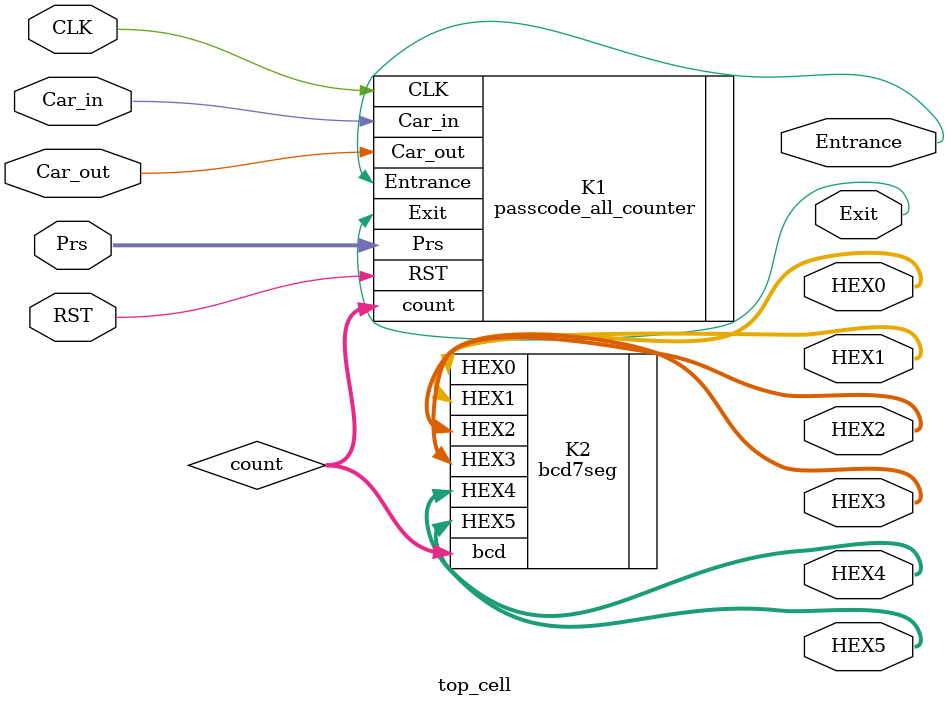
<source format=sv>
module top_cell (CLK, RST, Prs, Car_in, Car_out, Entrance, Exit, HEX5, HEX4, HEX3, HEX2, HEX1, HEX0);
    input logic CLK, RST;
	input logic [3:1] Prs;
	input logic Car_in, Car_out;
   output logic Entrance, Exit;
	output logic [6:0] HEX5, HEX4, HEX3, HEX2, HEX1, HEX0;
	logic [1:0] count;
	 

    passcode_all_counter K1 (.CLK, .RST, .Prs, .Car_in, .Car_out, .Entrance, .Exit, .count);
	 
    bcd7seg              K2 (.bcd(count), .HEX5, .HEX4, .HEX3, .HEX2, .HEX1, .HEX0);    	
		
endmodule
</source>
